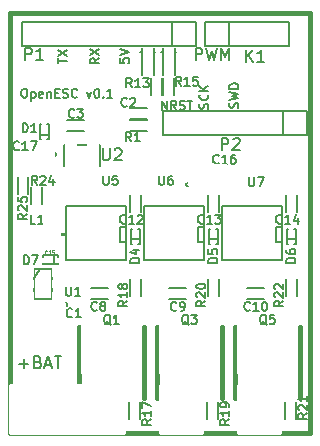
<source format=gto>
G04 (created by PCBNEW-RS274X (2012-01-19 BZR 3256)-stable) date 9/11/2012 11:00:16 PM*
G01*
G70*
G90*
%MOIN*%
G04 Gerber Fmt 3.4, Leading zero omitted, Abs format*
%FSLAX34Y34*%
G04 APERTURE LIST*
%ADD10C,0.001000*%
%ADD11C,0.007500*%
%ADD12C,0.008000*%
%ADD13C,0.015000*%
%ADD14C,0.007900*%
%ADD15C,0.005000*%
%ADD16C,0.003000*%
%ADD17R,0.052000X0.052000*%
%ADD18R,0.070000X0.070000*%
%ADD19R,0.040000X0.050000*%
%ADD20R,0.055000X0.075000*%
%ADD21R,0.075000X0.055000*%
%ADD22R,0.021700X0.017700*%
%ADD23R,0.017700X0.021700*%
%ADD24R,0.022000X0.047000*%
%ADD25R,0.041400X0.029600*%
%ADD26R,0.033000X0.033000*%
%ADD27R,0.198900X0.163400*%
%ADD28R,0.021700X0.043300*%
%ADD29R,0.027000X0.022000*%
%ADD30R,0.022000X0.027000*%
%ADD31R,0.035700X0.043600*%
%ADD32C,0.010000*%
G04 APERTURE END LIST*
G54D10*
G54D11*
X49073Y-44182D02*
X49073Y-43882D01*
X49245Y-44182D01*
X49245Y-43882D01*
X49559Y-44182D02*
X49459Y-44040D01*
X49387Y-44182D02*
X49387Y-43882D01*
X49502Y-43882D01*
X49530Y-43897D01*
X49545Y-43911D01*
X49559Y-43940D01*
X49559Y-43982D01*
X49545Y-44011D01*
X49530Y-44025D01*
X49502Y-44040D01*
X49387Y-44040D01*
X49673Y-44168D02*
X49716Y-44182D01*
X49787Y-44182D01*
X49816Y-44168D01*
X49830Y-44154D01*
X49845Y-44125D01*
X49845Y-44097D01*
X49830Y-44068D01*
X49816Y-44054D01*
X49787Y-44040D01*
X49730Y-44025D01*
X49702Y-44011D01*
X49687Y-43997D01*
X49673Y-43968D01*
X49673Y-43940D01*
X49687Y-43911D01*
X49702Y-43897D01*
X49730Y-43882D01*
X49802Y-43882D01*
X49845Y-43897D01*
X49931Y-43882D02*
X50102Y-43882D01*
X50016Y-44182D02*
X50016Y-43882D01*
X51623Y-44118D02*
X51637Y-44075D01*
X51637Y-44004D01*
X51623Y-43975D01*
X51609Y-43961D01*
X51580Y-43946D01*
X51552Y-43946D01*
X51523Y-43961D01*
X51509Y-43975D01*
X51495Y-44004D01*
X51480Y-44061D01*
X51466Y-44089D01*
X51452Y-44104D01*
X51423Y-44118D01*
X51395Y-44118D01*
X51366Y-44104D01*
X51352Y-44089D01*
X51337Y-44061D01*
X51337Y-43989D01*
X51352Y-43946D01*
X51337Y-43846D02*
X51637Y-43775D01*
X51423Y-43718D01*
X51637Y-43660D01*
X51337Y-43589D01*
X51637Y-43475D02*
X51337Y-43475D01*
X51337Y-43403D01*
X51352Y-43360D01*
X51380Y-43332D01*
X51409Y-43317D01*
X51466Y-43303D01*
X51509Y-43303D01*
X51566Y-43317D01*
X51595Y-43332D01*
X51623Y-43360D01*
X51637Y-43403D01*
X51637Y-43475D01*
X50623Y-44147D02*
X50637Y-44104D01*
X50637Y-44033D01*
X50623Y-44004D01*
X50609Y-43990D01*
X50580Y-43975D01*
X50552Y-43975D01*
X50523Y-43990D01*
X50509Y-44004D01*
X50495Y-44033D01*
X50480Y-44090D01*
X50466Y-44118D01*
X50452Y-44133D01*
X50423Y-44147D01*
X50395Y-44147D01*
X50366Y-44133D01*
X50352Y-44118D01*
X50337Y-44090D01*
X50337Y-44018D01*
X50352Y-43975D01*
X50609Y-43675D02*
X50623Y-43689D01*
X50637Y-43732D01*
X50637Y-43761D01*
X50623Y-43804D01*
X50595Y-43832D01*
X50566Y-43847D01*
X50509Y-43861D01*
X50466Y-43861D01*
X50409Y-43847D01*
X50380Y-43832D01*
X50352Y-43804D01*
X50337Y-43761D01*
X50337Y-43732D01*
X50352Y-43689D01*
X50366Y-43675D01*
X50637Y-43547D02*
X50337Y-43547D01*
X50637Y-43375D02*
X50466Y-43504D01*
X50337Y-43375D02*
X50509Y-43547D01*
X44474Y-43482D02*
X44531Y-43482D01*
X44559Y-43497D01*
X44588Y-43525D01*
X44602Y-43582D01*
X44602Y-43682D01*
X44588Y-43740D01*
X44559Y-43768D01*
X44531Y-43782D01*
X44474Y-43782D01*
X44445Y-43768D01*
X44416Y-43740D01*
X44402Y-43682D01*
X44402Y-43582D01*
X44416Y-43525D01*
X44445Y-43497D01*
X44474Y-43482D01*
X44730Y-43582D02*
X44730Y-43882D01*
X44730Y-43597D02*
X44759Y-43582D01*
X44816Y-43582D01*
X44845Y-43597D01*
X44859Y-43611D01*
X44873Y-43640D01*
X44873Y-43725D01*
X44859Y-43754D01*
X44845Y-43768D01*
X44816Y-43782D01*
X44759Y-43782D01*
X44730Y-43768D01*
X45116Y-43768D02*
X45087Y-43782D01*
X45030Y-43782D01*
X45001Y-43768D01*
X44987Y-43740D01*
X44987Y-43625D01*
X45001Y-43597D01*
X45030Y-43582D01*
X45087Y-43582D01*
X45116Y-43597D01*
X45130Y-43625D01*
X45130Y-43654D01*
X44987Y-43682D01*
X45258Y-43582D02*
X45258Y-43782D01*
X45258Y-43611D02*
X45273Y-43597D01*
X45301Y-43582D01*
X45344Y-43582D01*
X45373Y-43597D01*
X45387Y-43625D01*
X45387Y-43782D01*
X45529Y-43625D02*
X45629Y-43625D01*
X45672Y-43782D02*
X45529Y-43782D01*
X45529Y-43482D01*
X45672Y-43482D01*
X45786Y-43768D02*
X45829Y-43782D01*
X45900Y-43782D01*
X45929Y-43768D01*
X45943Y-43754D01*
X45958Y-43725D01*
X45958Y-43697D01*
X45943Y-43668D01*
X45929Y-43654D01*
X45900Y-43640D01*
X45843Y-43625D01*
X45815Y-43611D01*
X45800Y-43597D01*
X45786Y-43568D01*
X45786Y-43540D01*
X45800Y-43511D01*
X45815Y-43497D01*
X45843Y-43482D01*
X45915Y-43482D01*
X45958Y-43497D01*
X46258Y-43754D02*
X46244Y-43768D01*
X46201Y-43782D01*
X46172Y-43782D01*
X46129Y-43768D01*
X46101Y-43740D01*
X46086Y-43711D01*
X46072Y-43654D01*
X46072Y-43611D01*
X46086Y-43554D01*
X46101Y-43525D01*
X46129Y-43497D01*
X46172Y-43482D01*
X46201Y-43482D01*
X46244Y-43497D01*
X46258Y-43511D01*
X46587Y-43582D02*
X46658Y-43782D01*
X46730Y-43582D01*
X46902Y-43482D02*
X46930Y-43482D01*
X46959Y-43497D01*
X46973Y-43511D01*
X46987Y-43540D01*
X47002Y-43597D01*
X47002Y-43668D01*
X46987Y-43725D01*
X46973Y-43754D01*
X46959Y-43768D01*
X46930Y-43782D01*
X46902Y-43782D01*
X46873Y-43768D01*
X46859Y-43754D01*
X46844Y-43725D01*
X46830Y-43668D01*
X46830Y-43597D01*
X46844Y-43540D01*
X46859Y-43511D01*
X46873Y-43497D01*
X46902Y-43482D01*
X47130Y-43754D02*
X47145Y-43768D01*
X47130Y-43782D01*
X47116Y-43768D01*
X47130Y-43754D01*
X47130Y-43782D01*
X47431Y-43782D02*
X47259Y-43782D01*
X47345Y-43782D02*
X47345Y-43482D01*
X47316Y-43525D01*
X47288Y-43554D01*
X47259Y-43568D01*
X47687Y-42468D02*
X47687Y-42611D01*
X47830Y-42625D01*
X47816Y-42611D01*
X47802Y-42582D01*
X47802Y-42511D01*
X47816Y-42482D01*
X47830Y-42468D01*
X47859Y-42453D01*
X47930Y-42453D01*
X47959Y-42468D01*
X47973Y-42482D01*
X47987Y-42511D01*
X47987Y-42582D01*
X47973Y-42611D01*
X47959Y-42625D01*
X47687Y-42367D02*
X47987Y-42267D01*
X47687Y-42167D01*
X46987Y-42461D02*
X46845Y-42561D01*
X46987Y-42633D02*
X46687Y-42633D01*
X46687Y-42518D01*
X46702Y-42490D01*
X46716Y-42475D01*
X46745Y-42461D01*
X46787Y-42461D01*
X46816Y-42475D01*
X46830Y-42490D01*
X46845Y-42518D01*
X46845Y-42633D01*
X46687Y-42361D02*
X46987Y-42161D01*
X46687Y-42161D02*
X46987Y-42361D01*
X45637Y-42639D02*
X45637Y-42468D01*
X45937Y-42554D02*
X45637Y-42554D01*
X45637Y-42396D02*
X45937Y-42196D01*
X45637Y-42196D02*
X45937Y-42396D01*
G54D12*
X44324Y-52648D02*
X44629Y-52648D01*
X44477Y-52800D02*
X44477Y-52495D01*
X44953Y-52590D02*
X45010Y-52609D01*
X45029Y-52628D01*
X45048Y-52667D01*
X45048Y-52724D01*
X45029Y-52762D01*
X45010Y-52781D01*
X44972Y-52800D01*
X44819Y-52800D01*
X44819Y-52400D01*
X44953Y-52400D01*
X44991Y-52419D01*
X45010Y-52438D01*
X45029Y-52476D01*
X45029Y-52514D01*
X45010Y-52552D01*
X44991Y-52571D01*
X44953Y-52590D01*
X44819Y-52590D01*
X45200Y-52686D02*
X45391Y-52686D01*
X45162Y-52800D02*
X45295Y-52400D01*
X45429Y-52800D01*
X45505Y-52400D02*
X45734Y-52400D01*
X45619Y-52800D02*
X45619Y-52400D01*
X50204Y-42523D02*
X50204Y-42123D01*
X50357Y-42123D01*
X50395Y-42142D01*
X50414Y-42161D01*
X50433Y-42199D01*
X50433Y-42256D01*
X50414Y-42294D01*
X50395Y-42313D01*
X50357Y-42332D01*
X50204Y-42332D01*
X50566Y-42123D02*
X50661Y-42523D01*
X50738Y-42237D01*
X50814Y-42523D01*
X50909Y-42123D01*
X51061Y-42523D02*
X51061Y-42123D01*
X51195Y-42409D01*
X51328Y-42123D01*
X51328Y-42523D01*
G54D13*
X44016Y-40961D02*
X44016Y-54961D01*
X54016Y-40961D02*
X44016Y-40961D01*
X54016Y-54961D02*
X54016Y-40961D01*
X44016Y-54961D02*
X54016Y-54961D01*
G54D14*
X53116Y-45011D02*
X53116Y-44211D01*
X53916Y-45011D02*
X49116Y-45011D01*
X49116Y-45011D02*
X49116Y-44211D01*
X49116Y-44211D02*
X53916Y-44211D01*
X53916Y-44211D02*
X53916Y-45011D01*
X49416Y-42061D02*
X49416Y-41261D01*
X50216Y-42061D02*
X44416Y-42061D01*
X44416Y-42061D02*
X44416Y-41261D01*
X44416Y-41261D02*
X50216Y-41261D01*
X50216Y-41261D02*
X50216Y-42061D01*
X51316Y-41261D02*
X51316Y-42061D01*
X50616Y-41261D02*
X53316Y-41261D01*
X53316Y-41261D02*
X53316Y-42061D01*
X53316Y-42061D02*
X50516Y-42061D01*
X50516Y-42061D02*
X50516Y-41261D01*
X50516Y-41261D02*
X50616Y-41261D01*
G54D15*
X47016Y-45361D02*
X47016Y-46061D01*
X47016Y-46061D02*
X45816Y-46061D01*
X45816Y-46061D02*
X45816Y-45361D01*
X45816Y-45361D02*
X47016Y-45361D01*
X49996Y-46661D02*
X49995Y-46670D01*
X49992Y-46680D01*
X49987Y-46688D01*
X49981Y-46696D01*
X49973Y-46702D01*
X49965Y-46707D01*
X49956Y-46709D01*
X49946Y-46710D01*
X49937Y-46710D01*
X49928Y-46707D01*
X49919Y-46702D01*
X49912Y-46696D01*
X49905Y-46689D01*
X49901Y-46680D01*
X49898Y-46671D01*
X49897Y-46661D01*
X49897Y-46652D01*
X49900Y-46643D01*
X49904Y-46634D01*
X49911Y-46627D01*
X49918Y-46620D01*
X49926Y-46616D01*
X49936Y-46613D01*
X49945Y-46612D01*
X49954Y-46612D01*
X49964Y-46615D01*
X49972Y-46619D01*
X49980Y-46625D01*
X49986Y-46633D01*
X49991Y-46641D01*
X49994Y-46650D01*
X49995Y-46660D01*
X49996Y-46661D01*
X50396Y-46661D02*
X49996Y-46661D01*
X49996Y-46661D02*
X49996Y-46061D01*
X49996Y-46061D02*
X50396Y-46061D01*
X50796Y-46061D02*
X51196Y-46061D01*
X51196Y-46061D02*
X51196Y-46661D01*
X51196Y-46661D02*
X50796Y-46661D01*
X45566Y-45661D02*
X45565Y-45670D01*
X45562Y-45680D01*
X45557Y-45688D01*
X45551Y-45696D01*
X45543Y-45702D01*
X45535Y-45707D01*
X45526Y-45709D01*
X45516Y-45710D01*
X45507Y-45710D01*
X45498Y-45707D01*
X45489Y-45702D01*
X45482Y-45696D01*
X45475Y-45689D01*
X45471Y-45680D01*
X45468Y-45671D01*
X45467Y-45661D01*
X45467Y-45652D01*
X45470Y-45643D01*
X45474Y-45634D01*
X45481Y-45627D01*
X45488Y-45620D01*
X45496Y-45616D01*
X45506Y-45613D01*
X45515Y-45612D01*
X45524Y-45612D01*
X45534Y-45615D01*
X45542Y-45619D01*
X45550Y-45625D01*
X45556Y-45633D01*
X45561Y-45641D01*
X45564Y-45650D01*
X45565Y-45660D01*
X45566Y-45661D01*
X45066Y-45661D02*
X45466Y-45661D01*
X45466Y-45661D02*
X45466Y-46261D01*
X45466Y-46261D02*
X45066Y-46261D01*
X44666Y-46261D02*
X44266Y-46261D01*
X44266Y-46261D02*
X44266Y-45661D01*
X44266Y-45661D02*
X44666Y-45661D01*
X45846Y-48311D02*
X45845Y-48320D01*
X45842Y-48330D01*
X45837Y-48338D01*
X45831Y-48346D01*
X45823Y-48352D01*
X45815Y-48357D01*
X45806Y-48359D01*
X45796Y-48360D01*
X45787Y-48360D01*
X45778Y-48357D01*
X45769Y-48352D01*
X45762Y-48346D01*
X45755Y-48339D01*
X45751Y-48330D01*
X45748Y-48321D01*
X45747Y-48311D01*
X45747Y-48302D01*
X45750Y-48293D01*
X45754Y-48284D01*
X45761Y-48277D01*
X45768Y-48270D01*
X45776Y-48266D01*
X45786Y-48263D01*
X45795Y-48262D01*
X45804Y-48262D01*
X45814Y-48265D01*
X45822Y-48269D01*
X45830Y-48275D01*
X45836Y-48283D01*
X45841Y-48291D01*
X45844Y-48300D01*
X45845Y-48310D01*
X45846Y-48311D01*
X45796Y-47861D02*
X45796Y-48261D01*
X45796Y-48261D02*
X45196Y-48261D01*
X45196Y-48261D02*
X45196Y-47861D01*
X45196Y-47461D02*
X45196Y-47061D01*
X45196Y-47061D02*
X45796Y-47061D01*
X45796Y-47061D02*
X45796Y-47461D01*
X45936Y-50681D02*
X45935Y-50690D01*
X45932Y-50700D01*
X45927Y-50708D01*
X45921Y-50716D01*
X45913Y-50722D01*
X45905Y-50727D01*
X45896Y-50729D01*
X45886Y-50730D01*
X45877Y-50730D01*
X45868Y-50727D01*
X45859Y-50722D01*
X45852Y-50716D01*
X45845Y-50709D01*
X45841Y-50700D01*
X45838Y-50691D01*
X45837Y-50681D01*
X45837Y-50672D01*
X45840Y-50663D01*
X45844Y-50654D01*
X45851Y-50647D01*
X45858Y-50640D01*
X45866Y-50636D01*
X45876Y-50633D01*
X45885Y-50632D01*
X45894Y-50632D01*
X45904Y-50635D01*
X45912Y-50639D01*
X45920Y-50645D01*
X45926Y-50653D01*
X45931Y-50661D01*
X45934Y-50670D01*
X45935Y-50680D01*
X45936Y-50681D01*
X45436Y-50681D02*
X45836Y-50681D01*
X45836Y-50681D02*
X45836Y-51281D01*
X45836Y-51281D02*
X45436Y-51281D01*
X45036Y-51281D02*
X44636Y-51281D01*
X44636Y-51281D02*
X44636Y-50681D01*
X44636Y-50681D02*
X45036Y-50681D01*
G54D14*
X45474Y-49024D02*
X45474Y-49338D01*
X45632Y-49279D02*
X45632Y-49338D01*
X45632Y-49338D02*
X45120Y-49338D01*
X45120Y-49338D02*
X45120Y-49279D01*
X45120Y-49083D02*
X45120Y-49024D01*
X45120Y-49024D02*
X45632Y-49024D01*
X45632Y-49024D02*
X45632Y-49083D01*
X53557Y-48498D02*
X53243Y-48498D01*
X53302Y-48656D02*
X53243Y-48656D01*
X53243Y-48656D02*
X53243Y-48144D01*
X53243Y-48144D02*
X53302Y-48144D01*
X53498Y-48144D02*
X53557Y-48144D01*
X53557Y-48144D02*
X53557Y-48656D01*
X53557Y-48656D02*
X53498Y-48656D01*
X50957Y-48498D02*
X50643Y-48498D01*
X50702Y-48656D02*
X50643Y-48656D01*
X50643Y-48656D02*
X50643Y-48144D01*
X50643Y-48144D02*
X50702Y-48144D01*
X50898Y-48144D02*
X50957Y-48144D01*
X50957Y-48144D02*
X50957Y-48656D01*
X50957Y-48656D02*
X50898Y-48656D01*
X48357Y-48498D02*
X48043Y-48498D01*
X48102Y-48656D02*
X48043Y-48656D01*
X48043Y-48656D02*
X48043Y-48144D01*
X48043Y-48144D02*
X48102Y-48144D01*
X48298Y-48144D02*
X48357Y-48144D01*
X48357Y-48144D02*
X48357Y-48656D01*
X48357Y-48656D02*
X48298Y-48656D01*
X45323Y-45009D02*
X45009Y-45009D01*
X45068Y-45167D02*
X45009Y-45167D01*
X45009Y-45167D02*
X45009Y-44655D01*
X45009Y-44655D02*
X45068Y-44655D01*
X45264Y-44655D02*
X45323Y-44655D01*
X45323Y-44655D02*
X45323Y-45167D01*
X45323Y-45167D02*
X45264Y-45167D01*
G54D15*
X47900Y-49200D02*
X45900Y-49200D01*
X45900Y-49200D02*
X45900Y-47400D01*
X45900Y-47400D02*
X47900Y-47400D01*
X47900Y-47400D02*
X47900Y-49200D01*
X47900Y-48600D02*
X47700Y-48600D01*
X47700Y-48600D02*
X47700Y-48100D01*
X47700Y-48100D02*
X47900Y-48100D01*
X50500Y-49200D02*
X48500Y-49200D01*
X48500Y-49200D02*
X48500Y-47400D01*
X48500Y-47400D02*
X50500Y-47400D01*
X50500Y-47400D02*
X50500Y-49200D01*
X50500Y-48600D02*
X50300Y-48600D01*
X50300Y-48600D02*
X50300Y-48100D01*
X50300Y-48100D02*
X50500Y-48100D01*
X53100Y-49200D02*
X51100Y-49200D01*
X51100Y-49200D02*
X51100Y-47400D01*
X51100Y-47400D02*
X53100Y-47400D01*
X53100Y-47400D02*
X53100Y-49200D01*
X53100Y-48600D02*
X52900Y-48600D01*
X52900Y-48600D02*
X52900Y-48100D01*
X52900Y-48100D02*
X53100Y-48100D01*
X44816Y-49801D02*
X45016Y-49501D01*
X44816Y-50501D02*
X44816Y-49476D01*
X44816Y-49476D02*
X45416Y-49476D01*
X45416Y-49476D02*
X45416Y-50501D01*
X45416Y-50501D02*
X44816Y-50501D01*
G54D11*
X49516Y-42261D02*
X49566Y-42261D01*
X49116Y-42261D02*
X49066Y-42261D01*
X49116Y-42111D02*
X49116Y-43011D01*
X49516Y-43011D02*
X49516Y-42111D01*
X48816Y-42261D02*
X48866Y-42261D01*
X48416Y-42261D02*
X48366Y-42261D01*
X48416Y-42111D02*
X48416Y-43011D01*
X48816Y-43011D02*
X48816Y-42111D01*
G54D13*
X48483Y-51413D02*
X48483Y-53775D01*
X46317Y-51413D02*
X46317Y-53775D01*
X51083Y-51413D02*
X51083Y-53775D01*
X48917Y-51413D02*
X48917Y-53775D01*
X53683Y-51413D02*
X53683Y-53775D01*
X51517Y-51413D02*
X51517Y-53775D01*
G54D11*
X50980Y-47580D02*
X50980Y-47020D01*
X50620Y-47580D02*
X50620Y-47020D01*
X44636Y-46981D02*
X44636Y-46421D01*
X44276Y-46981D02*
X44276Y-46421D01*
X45076Y-47321D02*
X45076Y-46761D01*
X44716Y-47321D02*
X44716Y-46761D01*
X48036Y-44491D02*
X48596Y-44491D01*
X48036Y-44131D02*
X48596Y-44131D01*
X49136Y-43131D02*
X49136Y-43691D01*
X49496Y-43131D02*
X49496Y-43691D01*
X48736Y-43131D02*
X48736Y-43691D01*
X49096Y-43131D02*
X49096Y-43691D01*
X48036Y-44891D02*
X48596Y-44891D01*
X48036Y-44531D02*
X48596Y-44531D01*
X53580Y-47580D02*
X53580Y-47020D01*
X53220Y-47580D02*
X53220Y-47020D01*
X48380Y-47580D02*
X48380Y-47020D01*
X48020Y-47580D02*
X48020Y-47020D01*
X53580Y-50380D02*
X53580Y-49820D01*
X53220Y-50380D02*
X53220Y-49820D01*
X53186Y-53931D02*
X53186Y-54491D01*
X53546Y-53931D02*
X53546Y-54491D01*
X50980Y-50380D02*
X50980Y-49820D01*
X50620Y-50380D02*
X50620Y-49820D01*
X50586Y-53931D02*
X50586Y-54491D01*
X50946Y-53931D02*
X50946Y-54491D01*
X48380Y-50380D02*
X48380Y-49820D01*
X48020Y-50380D02*
X48020Y-49820D01*
X47986Y-53931D02*
X47986Y-54491D01*
X48346Y-53931D02*
X48346Y-54491D01*
X45936Y-44891D02*
X46496Y-44891D01*
X45936Y-44531D02*
X46496Y-44531D01*
X47280Y-50120D02*
X46720Y-50120D01*
X47280Y-50480D02*
X46720Y-50480D01*
X49880Y-50120D02*
X49320Y-50120D01*
X49880Y-50480D02*
X49320Y-50480D01*
X52480Y-50120D02*
X51920Y-50120D01*
X52480Y-50480D02*
X51920Y-50480D01*
G54D15*
X45236Y-48491D02*
X45036Y-48491D01*
X45036Y-48491D02*
X45036Y-48791D01*
X45036Y-48791D02*
X45236Y-48791D01*
X45436Y-48491D02*
X45636Y-48491D01*
X45636Y-48491D02*
X45636Y-48791D01*
X45636Y-48791D02*
X45436Y-48791D01*
G54D12*
X51071Y-45523D02*
X51071Y-45123D01*
X51224Y-45123D01*
X51262Y-45142D01*
X51281Y-45161D01*
X51300Y-45199D01*
X51300Y-45256D01*
X51281Y-45294D01*
X51262Y-45313D01*
X51224Y-45332D01*
X51071Y-45332D01*
X51452Y-45161D02*
X51471Y-45142D01*
X51509Y-45123D01*
X51605Y-45123D01*
X51643Y-45142D01*
X51662Y-45161D01*
X51681Y-45199D01*
X51681Y-45237D01*
X51662Y-45294D01*
X51433Y-45523D01*
X51681Y-45523D01*
X44521Y-42523D02*
X44521Y-42123D01*
X44674Y-42123D01*
X44712Y-42142D01*
X44731Y-42161D01*
X44750Y-42199D01*
X44750Y-42256D01*
X44731Y-42294D01*
X44712Y-42313D01*
X44674Y-42332D01*
X44521Y-42332D01*
X45131Y-42523D02*
X44902Y-42523D01*
X45016Y-42523D02*
X45016Y-42123D01*
X44978Y-42180D01*
X44940Y-42218D01*
X44902Y-42237D01*
X51887Y-42586D02*
X51887Y-42186D01*
X52116Y-42586D02*
X51944Y-42357D01*
X52116Y-42186D02*
X51887Y-42414D01*
X52497Y-42586D02*
X52268Y-42586D01*
X52382Y-42586D02*
X52382Y-42186D01*
X52344Y-42243D01*
X52306Y-42281D01*
X52268Y-42300D01*
X47111Y-45473D02*
X47111Y-45797D01*
X47130Y-45835D01*
X47149Y-45854D01*
X47187Y-45873D01*
X47264Y-45873D01*
X47302Y-45854D01*
X47321Y-45835D01*
X47340Y-45797D01*
X47340Y-45473D01*
X47511Y-45511D02*
X47530Y-45492D01*
X47568Y-45473D01*
X47664Y-45473D01*
X47702Y-45492D01*
X47721Y-45511D01*
X47740Y-45549D01*
X47740Y-45587D01*
X47721Y-45644D01*
X47492Y-45873D01*
X47740Y-45873D01*
G54D11*
X50973Y-45954D02*
X50959Y-45968D01*
X50916Y-45982D01*
X50887Y-45982D01*
X50844Y-45968D01*
X50816Y-45940D01*
X50801Y-45911D01*
X50787Y-45854D01*
X50787Y-45811D01*
X50801Y-45754D01*
X50816Y-45725D01*
X50844Y-45697D01*
X50887Y-45682D01*
X50916Y-45682D01*
X50959Y-45697D01*
X50973Y-45711D01*
X51259Y-45982D02*
X51087Y-45982D01*
X51173Y-45982D02*
X51173Y-45682D01*
X51144Y-45725D01*
X51116Y-45754D01*
X51087Y-45768D01*
X51516Y-45682D02*
X51459Y-45682D01*
X51430Y-45697D01*
X51416Y-45711D01*
X51387Y-45754D01*
X51373Y-45811D01*
X51373Y-45925D01*
X51387Y-45954D01*
X51402Y-45968D01*
X51430Y-45982D01*
X51487Y-45982D01*
X51516Y-45968D01*
X51530Y-45954D01*
X51545Y-45925D01*
X51545Y-45854D01*
X51530Y-45825D01*
X51516Y-45811D01*
X51487Y-45797D01*
X51430Y-45797D01*
X51402Y-45811D01*
X51387Y-45825D01*
X51373Y-45854D01*
X44323Y-45504D02*
X44309Y-45518D01*
X44266Y-45532D01*
X44237Y-45532D01*
X44194Y-45518D01*
X44166Y-45490D01*
X44151Y-45461D01*
X44137Y-45404D01*
X44137Y-45361D01*
X44151Y-45304D01*
X44166Y-45275D01*
X44194Y-45247D01*
X44237Y-45232D01*
X44266Y-45232D01*
X44309Y-45247D01*
X44323Y-45261D01*
X44609Y-45532D02*
X44437Y-45532D01*
X44523Y-45532D02*
X44523Y-45232D01*
X44494Y-45275D01*
X44466Y-45304D01*
X44437Y-45318D01*
X44709Y-45232D02*
X44909Y-45232D01*
X44780Y-45532D01*
X44866Y-47982D02*
X44723Y-47982D01*
X44723Y-47682D01*
X45124Y-47982D02*
X44952Y-47982D01*
X45038Y-47982D02*
X45038Y-47682D01*
X45009Y-47725D01*
X44981Y-47754D01*
X44952Y-47768D01*
X46092Y-51074D02*
X46078Y-51088D01*
X46035Y-51102D01*
X46006Y-51102D01*
X45963Y-51088D01*
X45935Y-51060D01*
X45920Y-51031D01*
X45906Y-50974D01*
X45906Y-50931D01*
X45920Y-50874D01*
X45935Y-50845D01*
X45963Y-50817D01*
X46006Y-50802D01*
X46035Y-50802D01*
X46078Y-50817D01*
X46092Y-50831D01*
X46378Y-51102D02*
X46206Y-51102D01*
X46292Y-51102D02*
X46292Y-50802D01*
X46263Y-50845D01*
X46235Y-50874D01*
X46206Y-50888D01*
X44494Y-49332D02*
X44494Y-49032D01*
X44566Y-49032D01*
X44609Y-49047D01*
X44637Y-49075D01*
X44652Y-49104D01*
X44666Y-49161D01*
X44666Y-49204D01*
X44652Y-49261D01*
X44637Y-49290D01*
X44609Y-49318D01*
X44566Y-49332D01*
X44494Y-49332D01*
X44766Y-49032D02*
X44966Y-49032D01*
X44837Y-49332D01*
X53537Y-49283D02*
X53237Y-49283D01*
X53237Y-49211D01*
X53252Y-49168D01*
X53280Y-49140D01*
X53309Y-49125D01*
X53366Y-49111D01*
X53409Y-49111D01*
X53466Y-49125D01*
X53495Y-49140D01*
X53523Y-49168D01*
X53537Y-49211D01*
X53537Y-49283D01*
X53237Y-48854D02*
X53237Y-48911D01*
X53252Y-48940D01*
X53266Y-48954D01*
X53309Y-48983D01*
X53366Y-48997D01*
X53480Y-48997D01*
X53509Y-48983D01*
X53523Y-48968D01*
X53537Y-48940D01*
X53537Y-48883D01*
X53523Y-48854D01*
X53509Y-48840D01*
X53480Y-48825D01*
X53409Y-48825D01*
X53380Y-48840D01*
X53366Y-48854D01*
X53352Y-48883D01*
X53352Y-48940D01*
X53366Y-48968D01*
X53380Y-48983D01*
X53409Y-48997D01*
X50937Y-49283D02*
X50637Y-49283D01*
X50637Y-49211D01*
X50652Y-49168D01*
X50680Y-49140D01*
X50709Y-49125D01*
X50766Y-49111D01*
X50809Y-49111D01*
X50866Y-49125D01*
X50895Y-49140D01*
X50923Y-49168D01*
X50937Y-49211D01*
X50937Y-49283D01*
X50637Y-48840D02*
X50637Y-48983D01*
X50780Y-48997D01*
X50766Y-48983D01*
X50752Y-48954D01*
X50752Y-48883D01*
X50766Y-48854D01*
X50780Y-48840D01*
X50809Y-48825D01*
X50880Y-48825D01*
X50909Y-48840D01*
X50923Y-48854D01*
X50937Y-48883D01*
X50937Y-48954D01*
X50923Y-48983D01*
X50909Y-48997D01*
X48337Y-49283D02*
X48037Y-49283D01*
X48037Y-49211D01*
X48052Y-49168D01*
X48080Y-49140D01*
X48109Y-49125D01*
X48166Y-49111D01*
X48209Y-49111D01*
X48266Y-49125D01*
X48295Y-49140D01*
X48323Y-49168D01*
X48337Y-49211D01*
X48337Y-49283D01*
X48137Y-48854D02*
X48337Y-48854D01*
X48023Y-48925D02*
X48237Y-48997D01*
X48237Y-48811D01*
X44444Y-44932D02*
X44444Y-44632D01*
X44516Y-44632D01*
X44559Y-44647D01*
X44587Y-44675D01*
X44602Y-44704D01*
X44616Y-44761D01*
X44616Y-44804D01*
X44602Y-44861D01*
X44587Y-44890D01*
X44559Y-44918D01*
X44516Y-44932D01*
X44444Y-44932D01*
X44902Y-44932D02*
X44730Y-44932D01*
X44816Y-44932D02*
X44816Y-44632D01*
X44787Y-44675D01*
X44759Y-44704D01*
X44730Y-44718D01*
X47137Y-46382D02*
X47137Y-46625D01*
X47152Y-46654D01*
X47166Y-46668D01*
X47195Y-46682D01*
X47252Y-46682D01*
X47280Y-46668D01*
X47295Y-46654D01*
X47309Y-46625D01*
X47309Y-46382D01*
X47594Y-46382D02*
X47451Y-46382D01*
X47437Y-46525D01*
X47451Y-46511D01*
X47480Y-46497D01*
X47551Y-46497D01*
X47580Y-46511D01*
X47594Y-46525D01*
X47609Y-46554D01*
X47609Y-46625D01*
X47594Y-46654D01*
X47580Y-46668D01*
X47551Y-46682D01*
X47480Y-46682D01*
X47451Y-46668D01*
X47437Y-46654D01*
X48987Y-46382D02*
X48987Y-46625D01*
X49002Y-46654D01*
X49016Y-46668D01*
X49045Y-46682D01*
X49102Y-46682D01*
X49130Y-46668D01*
X49145Y-46654D01*
X49159Y-46625D01*
X49159Y-46382D01*
X49430Y-46382D02*
X49373Y-46382D01*
X49344Y-46397D01*
X49330Y-46411D01*
X49301Y-46454D01*
X49287Y-46511D01*
X49287Y-46625D01*
X49301Y-46654D01*
X49316Y-46668D01*
X49344Y-46682D01*
X49401Y-46682D01*
X49430Y-46668D01*
X49444Y-46654D01*
X49459Y-46625D01*
X49459Y-46554D01*
X49444Y-46525D01*
X49430Y-46511D01*
X49401Y-46497D01*
X49344Y-46497D01*
X49316Y-46511D01*
X49301Y-46525D01*
X49287Y-46554D01*
X51987Y-46432D02*
X51987Y-46675D01*
X52002Y-46704D01*
X52016Y-46718D01*
X52045Y-46732D01*
X52102Y-46732D01*
X52130Y-46718D01*
X52145Y-46704D01*
X52159Y-46675D01*
X52159Y-46432D01*
X52273Y-46432D02*
X52473Y-46432D01*
X52344Y-46732D01*
X45887Y-50082D02*
X45887Y-50325D01*
X45902Y-50354D01*
X45916Y-50368D01*
X45945Y-50382D01*
X46002Y-50382D01*
X46030Y-50368D01*
X46045Y-50354D01*
X46059Y-50325D01*
X46059Y-50082D01*
X46359Y-50382D02*
X46187Y-50382D01*
X46273Y-50382D02*
X46273Y-50082D01*
X46244Y-50125D01*
X46216Y-50154D01*
X46187Y-50168D01*
X47371Y-51350D02*
X47343Y-51336D01*
X47314Y-51307D01*
X47271Y-51264D01*
X47243Y-51250D01*
X47214Y-51250D01*
X47229Y-51321D02*
X47200Y-51307D01*
X47171Y-51279D01*
X47157Y-51221D01*
X47157Y-51121D01*
X47171Y-51064D01*
X47200Y-51036D01*
X47229Y-51021D01*
X47286Y-51021D01*
X47314Y-51036D01*
X47343Y-51064D01*
X47357Y-51121D01*
X47357Y-51221D01*
X47343Y-51279D01*
X47314Y-51307D01*
X47286Y-51321D01*
X47229Y-51321D01*
X47643Y-51321D02*
X47471Y-51321D01*
X47557Y-51321D02*
X47557Y-51021D01*
X47528Y-51064D01*
X47500Y-51093D01*
X47471Y-51107D01*
X49971Y-51350D02*
X49943Y-51336D01*
X49914Y-51307D01*
X49871Y-51264D01*
X49843Y-51250D01*
X49814Y-51250D01*
X49829Y-51321D02*
X49800Y-51307D01*
X49771Y-51279D01*
X49757Y-51221D01*
X49757Y-51121D01*
X49771Y-51064D01*
X49800Y-51036D01*
X49829Y-51021D01*
X49886Y-51021D01*
X49914Y-51036D01*
X49943Y-51064D01*
X49957Y-51121D01*
X49957Y-51221D01*
X49943Y-51279D01*
X49914Y-51307D01*
X49886Y-51321D01*
X49829Y-51321D01*
X50057Y-51021D02*
X50243Y-51021D01*
X50143Y-51136D01*
X50185Y-51136D01*
X50214Y-51150D01*
X50228Y-51164D01*
X50243Y-51193D01*
X50243Y-51264D01*
X50228Y-51293D01*
X50214Y-51307D01*
X50185Y-51321D01*
X50100Y-51321D01*
X50071Y-51307D01*
X50057Y-51293D01*
X52571Y-51350D02*
X52543Y-51336D01*
X52514Y-51307D01*
X52471Y-51264D01*
X52443Y-51250D01*
X52414Y-51250D01*
X52429Y-51321D02*
X52400Y-51307D01*
X52371Y-51279D01*
X52357Y-51221D01*
X52357Y-51121D01*
X52371Y-51064D01*
X52400Y-51036D01*
X52429Y-51021D01*
X52486Y-51021D01*
X52514Y-51036D01*
X52543Y-51064D01*
X52557Y-51121D01*
X52557Y-51221D01*
X52543Y-51279D01*
X52514Y-51307D01*
X52486Y-51321D01*
X52429Y-51321D01*
X52828Y-51021D02*
X52685Y-51021D01*
X52671Y-51164D01*
X52685Y-51150D01*
X52714Y-51136D01*
X52785Y-51136D01*
X52814Y-51150D01*
X52828Y-51164D01*
X52843Y-51193D01*
X52843Y-51264D01*
X52828Y-51293D01*
X52814Y-51307D01*
X52785Y-51321D01*
X52714Y-51321D01*
X52685Y-51307D01*
X52671Y-51293D01*
X50473Y-47954D02*
X50459Y-47968D01*
X50416Y-47982D01*
X50387Y-47982D01*
X50344Y-47968D01*
X50316Y-47940D01*
X50301Y-47911D01*
X50287Y-47854D01*
X50287Y-47811D01*
X50301Y-47754D01*
X50316Y-47725D01*
X50344Y-47697D01*
X50387Y-47682D01*
X50416Y-47682D01*
X50459Y-47697D01*
X50473Y-47711D01*
X50759Y-47982D02*
X50587Y-47982D01*
X50673Y-47982D02*
X50673Y-47682D01*
X50644Y-47725D01*
X50616Y-47754D01*
X50587Y-47768D01*
X50859Y-47682D02*
X51045Y-47682D01*
X50945Y-47797D01*
X50987Y-47797D01*
X51016Y-47811D01*
X51030Y-47825D01*
X51045Y-47854D01*
X51045Y-47925D01*
X51030Y-47954D01*
X51016Y-47968D01*
X50987Y-47982D01*
X50902Y-47982D01*
X50873Y-47968D01*
X50859Y-47954D01*
X44587Y-47654D02*
X44445Y-47754D01*
X44587Y-47826D02*
X44287Y-47826D01*
X44287Y-47711D01*
X44302Y-47683D01*
X44316Y-47668D01*
X44345Y-47654D01*
X44387Y-47654D01*
X44416Y-47668D01*
X44430Y-47683D01*
X44445Y-47711D01*
X44445Y-47826D01*
X44316Y-47540D02*
X44302Y-47526D01*
X44287Y-47497D01*
X44287Y-47426D01*
X44302Y-47397D01*
X44316Y-47383D01*
X44345Y-47368D01*
X44373Y-47368D01*
X44416Y-47383D01*
X44587Y-47554D01*
X44587Y-47368D01*
X44287Y-47097D02*
X44287Y-47240D01*
X44430Y-47254D01*
X44416Y-47240D01*
X44402Y-47211D01*
X44402Y-47140D01*
X44416Y-47111D01*
X44430Y-47097D01*
X44459Y-47082D01*
X44530Y-47082D01*
X44559Y-47097D01*
X44573Y-47111D01*
X44587Y-47140D01*
X44587Y-47211D01*
X44573Y-47240D01*
X44559Y-47254D01*
X44923Y-46682D02*
X44823Y-46540D01*
X44751Y-46682D02*
X44751Y-46382D01*
X44866Y-46382D01*
X44894Y-46397D01*
X44909Y-46411D01*
X44923Y-46440D01*
X44923Y-46482D01*
X44909Y-46511D01*
X44894Y-46525D01*
X44866Y-46540D01*
X44751Y-46540D01*
X45037Y-46411D02*
X45051Y-46397D01*
X45080Y-46382D01*
X45151Y-46382D01*
X45180Y-46397D01*
X45194Y-46411D01*
X45209Y-46440D01*
X45209Y-46468D01*
X45194Y-46511D01*
X45023Y-46682D01*
X45209Y-46682D01*
X45466Y-46482D02*
X45466Y-46682D01*
X45395Y-46368D02*
X45323Y-46582D01*
X45509Y-46582D01*
X47916Y-44054D02*
X47902Y-44068D01*
X47859Y-44082D01*
X47830Y-44082D01*
X47787Y-44068D01*
X47759Y-44040D01*
X47744Y-44011D01*
X47730Y-43954D01*
X47730Y-43911D01*
X47744Y-43854D01*
X47759Y-43825D01*
X47787Y-43797D01*
X47830Y-43782D01*
X47859Y-43782D01*
X47902Y-43797D01*
X47916Y-43811D01*
X48030Y-43811D02*
X48044Y-43797D01*
X48073Y-43782D01*
X48144Y-43782D01*
X48173Y-43797D01*
X48187Y-43811D01*
X48202Y-43840D01*
X48202Y-43868D01*
X48187Y-43911D01*
X48016Y-44082D01*
X48202Y-44082D01*
X49723Y-43382D02*
X49623Y-43240D01*
X49551Y-43382D02*
X49551Y-43082D01*
X49666Y-43082D01*
X49694Y-43097D01*
X49709Y-43111D01*
X49723Y-43140D01*
X49723Y-43182D01*
X49709Y-43211D01*
X49694Y-43225D01*
X49666Y-43240D01*
X49551Y-43240D01*
X50009Y-43382D02*
X49837Y-43382D01*
X49923Y-43382D02*
X49923Y-43082D01*
X49894Y-43125D01*
X49866Y-43154D01*
X49837Y-43168D01*
X50280Y-43082D02*
X50137Y-43082D01*
X50123Y-43225D01*
X50137Y-43211D01*
X50166Y-43197D01*
X50237Y-43197D01*
X50266Y-43211D01*
X50280Y-43225D01*
X50295Y-43254D01*
X50295Y-43325D01*
X50280Y-43354D01*
X50266Y-43368D01*
X50237Y-43382D01*
X50166Y-43382D01*
X50137Y-43368D01*
X50123Y-43354D01*
X48073Y-43432D02*
X47973Y-43290D01*
X47901Y-43432D02*
X47901Y-43132D01*
X48016Y-43132D01*
X48044Y-43147D01*
X48059Y-43161D01*
X48073Y-43190D01*
X48073Y-43232D01*
X48059Y-43261D01*
X48044Y-43275D01*
X48016Y-43290D01*
X47901Y-43290D01*
X48359Y-43432D02*
X48187Y-43432D01*
X48273Y-43432D02*
X48273Y-43132D01*
X48244Y-43175D01*
X48216Y-43204D01*
X48187Y-43218D01*
X48459Y-43132D02*
X48645Y-43132D01*
X48545Y-43247D01*
X48587Y-43247D01*
X48616Y-43261D01*
X48630Y-43275D01*
X48645Y-43304D01*
X48645Y-43375D01*
X48630Y-43404D01*
X48616Y-43418D01*
X48587Y-43432D01*
X48502Y-43432D01*
X48473Y-43418D01*
X48459Y-43404D01*
X48066Y-45232D02*
X47966Y-45090D01*
X47894Y-45232D02*
X47894Y-44932D01*
X48009Y-44932D01*
X48037Y-44947D01*
X48052Y-44961D01*
X48066Y-44990D01*
X48066Y-45032D01*
X48052Y-45061D01*
X48037Y-45075D01*
X48009Y-45090D01*
X47894Y-45090D01*
X48352Y-45232D02*
X48180Y-45232D01*
X48266Y-45232D02*
X48266Y-44932D01*
X48237Y-44975D01*
X48209Y-45004D01*
X48180Y-45018D01*
X53073Y-47954D02*
X53059Y-47968D01*
X53016Y-47982D01*
X52987Y-47982D01*
X52944Y-47968D01*
X52916Y-47940D01*
X52901Y-47911D01*
X52887Y-47854D01*
X52887Y-47811D01*
X52901Y-47754D01*
X52916Y-47725D01*
X52944Y-47697D01*
X52987Y-47682D01*
X53016Y-47682D01*
X53059Y-47697D01*
X53073Y-47711D01*
X53359Y-47982D02*
X53187Y-47982D01*
X53273Y-47982D02*
X53273Y-47682D01*
X53244Y-47725D01*
X53216Y-47754D01*
X53187Y-47768D01*
X53616Y-47782D02*
X53616Y-47982D01*
X53545Y-47668D02*
X53473Y-47882D01*
X53659Y-47882D01*
X47873Y-47954D02*
X47859Y-47968D01*
X47816Y-47982D01*
X47787Y-47982D01*
X47744Y-47968D01*
X47716Y-47940D01*
X47701Y-47911D01*
X47687Y-47854D01*
X47687Y-47811D01*
X47701Y-47754D01*
X47716Y-47725D01*
X47744Y-47697D01*
X47787Y-47682D01*
X47816Y-47682D01*
X47859Y-47697D01*
X47873Y-47711D01*
X48159Y-47982D02*
X47987Y-47982D01*
X48073Y-47982D02*
X48073Y-47682D01*
X48044Y-47725D01*
X48016Y-47754D01*
X47987Y-47768D01*
X48273Y-47711D02*
X48287Y-47697D01*
X48316Y-47682D01*
X48387Y-47682D01*
X48416Y-47697D01*
X48430Y-47711D01*
X48445Y-47740D01*
X48445Y-47768D01*
X48430Y-47811D01*
X48259Y-47982D01*
X48445Y-47982D01*
X53137Y-50554D02*
X52995Y-50654D01*
X53137Y-50726D02*
X52837Y-50726D01*
X52837Y-50611D01*
X52852Y-50583D01*
X52866Y-50568D01*
X52895Y-50554D01*
X52937Y-50554D01*
X52966Y-50568D01*
X52980Y-50583D01*
X52995Y-50611D01*
X52995Y-50726D01*
X52866Y-50440D02*
X52852Y-50426D01*
X52837Y-50397D01*
X52837Y-50326D01*
X52852Y-50297D01*
X52866Y-50283D01*
X52895Y-50268D01*
X52923Y-50268D01*
X52966Y-50283D01*
X53137Y-50454D01*
X53137Y-50268D01*
X52866Y-50154D02*
X52852Y-50140D01*
X52837Y-50111D01*
X52837Y-50040D01*
X52852Y-50011D01*
X52866Y-49997D01*
X52895Y-49982D01*
X52923Y-49982D01*
X52966Y-49997D01*
X53137Y-50168D01*
X53137Y-49982D01*
X53937Y-54304D02*
X53795Y-54404D01*
X53937Y-54476D02*
X53637Y-54476D01*
X53637Y-54361D01*
X53652Y-54333D01*
X53666Y-54318D01*
X53695Y-54304D01*
X53737Y-54304D01*
X53766Y-54318D01*
X53780Y-54333D01*
X53795Y-54361D01*
X53795Y-54476D01*
X53666Y-54190D02*
X53652Y-54176D01*
X53637Y-54147D01*
X53637Y-54076D01*
X53652Y-54047D01*
X53666Y-54033D01*
X53695Y-54018D01*
X53723Y-54018D01*
X53766Y-54033D01*
X53937Y-54204D01*
X53937Y-54018D01*
X53937Y-53732D02*
X53937Y-53904D01*
X53937Y-53818D02*
X53637Y-53818D01*
X53680Y-53847D01*
X53709Y-53875D01*
X53723Y-53904D01*
X50537Y-50554D02*
X50395Y-50654D01*
X50537Y-50726D02*
X50237Y-50726D01*
X50237Y-50611D01*
X50252Y-50583D01*
X50266Y-50568D01*
X50295Y-50554D01*
X50337Y-50554D01*
X50366Y-50568D01*
X50380Y-50583D01*
X50395Y-50611D01*
X50395Y-50726D01*
X50266Y-50440D02*
X50252Y-50426D01*
X50237Y-50397D01*
X50237Y-50326D01*
X50252Y-50297D01*
X50266Y-50283D01*
X50295Y-50268D01*
X50323Y-50268D01*
X50366Y-50283D01*
X50537Y-50454D01*
X50537Y-50268D01*
X50237Y-50082D02*
X50237Y-50054D01*
X50252Y-50025D01*
X50266Y-50011D01*
X50295Y-49997D01*
X50352Y-49982D01*
X50423Y-49982D01*
X50480Y-49997D01*
X50509Y-50011D01*
X50523Y-50025D01*
X50537Y-50054D01*
X50537Y-50082D01*
X50523Y-50111D01*
X50509Y-50125D01*
X50480Y-50140D01*
X50423Y-50154D01*
X50352Y-50154D01*
X50295Y-50140D01*
X50266Y-50125D01*
X50252Y-50111D01*
X50237Y-50082D01*
X51337Y-54504D02*
X51195Y-54604D01*
X51337Y-54676D02*
X51037Y-54676D01*
X51037Y-54561D01*
X51052Y-54533D01*
X51066Y-54518D01*
X51095Y-54504D01*
X51137Y-54504D01*
X51166Y-54518D01*
X51180Y-54533D01*
X51195Y-54561D01*
X51195Y-54676D01*
X51337Y-54218D02*
X51337Y-54390D01*
X51337Y-54304D02*
X51037Y-54304D01*
X51080Y-54333D01*
X51109Y-54361D01*
X51123Y-54390D01*
X51337Y-54075D02*
X51337Y-54018D01*
X51323Y-53990D01*
X51309Y-53975D01*
X51266Y-53947D01*
X51209Y-53932D01*
X51095Y-53932D01*
X51066Y-53947D01*
X51052Y-53961D01*
X51037Y-53990D01*
X51037Y-54047D01*
X51052Y-54075D01*
X51066Y-54090D01*
X51095Y-54104D01*
X51166Y-54104D01*
X51195Y-54090D01*
X51209Y-54075D01*
X51223Y-54047D01*
X51223Y-53990D01*
X51209Y-53961D01*
X51195Y-53947D01*
X51166Y-53932D01*
X47937Y-50554D02*
X47795Y-50654D01*
X47937Y-50726D02*
X47637Y-50726D01*
X47637Y-50611D01*
X47652Y-50583D01*
X47666Y-50568D01*
X47695Y-50554D01*
X47737Y-50554D01*
X47766Y-50568D01*
X47780Y-50583D01*
X47795Y-50611D01*
X47795Y-50726D01*
X47937Y-50268D02*
X47937Y-50440D01*
X47937Y-50354D02*
X47637Y-50354D01*
X47680Y-50383D01*
X47709Y-50411D01*
X47723Y-50440D01*
X47766Y-50097D02*
X47752Y-50125D01*
X47737Y-50140D01*
X47709Y-50154D01*
X47695Y-50154D01*
X47666Y-50140D01*
X47652Y-50125D01*
X47637Y-50097D01*
X47637Y-50040D01*
X47652Y-50011D01*
X47666Y-49997D01*
X47695Y-49982D01*
X47709Y-49982D01*
X47737Y-49997D01*
X47752Y-50011D01*
X47766Y-50040D01*
X47766Y-50097D01*
X47780Y-50125D01*
X47795Y-50140D01*
X47823Y-50154D01*
X47880Y-50154D01*
X47909Y-50140D01*
X47923Y-50125D01*
X47937Y-50097D01*
X47937Y-50040D01*
X47923Y-50011D01*
X47909Y-49997D01*
X47880Y-49982D01*
X47823Y-49982D01*
X47795Y-49997D01*
X47780Y-50011D01*
X47766Y-50040D01*
X48737Y-54504D02*
X48595Y-54604D01*
X48737Y-54676D02*
X48437Y-54676D01*
X48437Y-54561D01*
X48452Y-54533D01*
X48466Y-54518D01*
X48495Y-54504D01*
X48537Y-54504D01*
X48566Y-54518D01*
X48580Y-54533D01*
X48595Y-54561D01*
X48595Y-54676D01*
X48737Y-54218D02*
X48737Y-54390D01*
X48737Y-54304D02*
X48437Y-54304D01*
X48480Y-54333D01*
X48509Y-54361D01*
X48523Y-54390D01*
X48437Y-54118D02*
X48437Y-53918D01*
X48737Y-54047D01*
X46166Y-44424D02*
X46152Y-44438D01*
X46109Y-44452D01*
X46080Y-44452D01*
X46037Y-44438D01*
X46009Y-44410D01*
X45994Y-44381D01*
X45980Y-44324D01*
X45980Y-44281D01*
X45994Y-44224D01*
X46009Y-44195D01*
X46037Y-44167D01*
X46080Y-44152D01*
X46109Y-44152D01*
X46152Y-44167D01*
X46166Y-44181D01*
X46266Y-44152D02*
X46452Y-44152D01*
X46352Y-44267D01*
X46394Y-44267D01*
X46423Y-44281D01*
X46437Y-44295D01*
X46452Y-44324D01*
X46452Y-44395D01*
X46437Y-44424D01*
X46423Y-44438D01*
X46394Y-44452D01*
X46309Y-44452D01*
X46280Y-44438D01*
X46266Y-44424D01*
X46916Y-50854D02*
X46902Y-50868D01*
X46859Y-50882D01*
X46830Y-50882D01*
X46787Y-50868D01*
X46759Y-50840D01*
X46744Y-50811D01*
X46730Y-50754D01*
X46730Y-50711D01*
X46744Y-50654D01*
X46759Y-50625D01*
X46787Y-50597D01*
X46830Y-50582D01*
X46859Y-50582D01*
X46902Y-50597D01*
X46916Y-50611D01*
X47087Y-50711D02*
X47059Y-50697D01*
X47044Y-50682D01*
X47030Y-50654D01*
X47030Y-50640D01*
X47044Y-50611D01*
X47059Y-50597D01*
X47087Y-50582D01*
X47144Y-50582D01*
X47173Y-50597D01*
X47187Y-50611D01*
X47202Y-50640D01*
X47202Y-50654D01*
X47187Y-50682D01*
X47173Y-50697D01*
X47144Y-50711D01*
X47087Y-50711D01*
X47059Y-50725D01*
X47044Y-50740D01*
X47030Y-50768D01*
X47030Y-50825D01*
X47044Y-50854D01*
X47059Y-50868D01*
X47087Y-50882D01*
X47144Y-50882D01*
X47173Y-50868D01*
X47187Y-50854D01*
X47202Y-50825D01*
X47202Y-50768D01*
X47187Y-50740D01*
X47173Y-50725D01*
X47144Y-50711D01*
X49566Y-50854D02*
X49552Y-50868D01*
X49509Y-50882D01*
X49480Y-50882D01*
X49437Y-50868D01*
X49409Y-50840D01*
X49394Y-50811D01*
X49380Y-50754D01*
X49380Y-50711D01*
X49394Y-50654D01*
X49409Y-50625D01*
X49437Y-50597D01*
X49480Y-50582D01*
X49509Y-50582D01*
X49552Y-50597D01*
X49566Y-50611D01*
X49709Y-50882D02*
X49766Y-50882D01*
X49794Y-50868D01*
X49809Y-50854D01*
X49837Y-50811D01*
X49852Y-50754D01*
X49852Y-50640D01*
X49837Y-50611D01*
X49823Y-50597D01*
X49794Y-50582D01*
X49737Y-50582D01*
X49709Y-50597D01*
X49694Y-50611D01*
X49680Y-50640D01*
X49680Y-50711D01*
X49694Y-50740D01*
X49709Y-50754D01*
X49737Y-50768D01*
X49794Y-50768D01*
X49823Y-50754D01*
X49837Y-50740D01*
X49852Y-50711D01*
X52023Y-50854D02*
X52009Y-50868D01*
X51966Y-50882D01*
X51937Y-50882D01*
X51894Y-50868D01*
X51866Y-50840D01*
X51851Y-50811D01*
X51837Y-50754D01*
X51837Y-50711D01*
X51851Y-50654D01*
X51866Y-50625D01*
X51894Y-50597D01*
X51937Y-50582D01*
X51966Y-50582D01*
X52009Y-50597D01*
X52023Y-50611D01*
X52309Y-50882D02*
X52137Y-50882D01*
X52223Y-50882D02*
X52223Y-50582D01*
X52194Y-50625D01*
X52166Y-50654D01*
X52137Y-50668D01*
X52495Y-50582D02*
X52523Y-50582D01*
X52552Y-50597D01*
X52566Y-50611D01*
X52580Y-50640D01*
X52595Y-50697D01*
X52595Y-50768D01*
X52580Y-50825D01*
X52566Y-50854D01*
X52552Y-50868D01*
X52523Y-50882D01*
X52495Y-50882D01*
X52466Y-50868D01*
X52452Y-50854D01*
X52437Y-50825D01*
X52423Y-50768D01*
X52423Y-50697D01*
X52437Y-50640D01*
X52452Y-50611D01*
X52466Y-50597D01*
X52495Y-50582D01*
G54D16*
X45259Y-48978D02*
X45253Y-48984D01*
X45236Y-48990D01*
X45225Y-48990D01*
X45208Y-48984D01*
X45196Y-48972D01*
X45191Y-48961D01*
X45185Y-48938D01*
X45185Y-48921D01*
X45191Y-48898D01*
X45196Y-48887D01*
X45208Y-48875D01*
X45225Y-48870D01*
X45236Y-48870D01*
X45253Y-48875D01*
X45259Y-48881D01*
X45373Y-48990D02*
X45305Y-48990D01*
X45339Y-48990D02*
X45339Y-48870D01*
X45328Y-48887D01*
X45316Y-48898D01*
X45305Y-48904D01*
X45482Y-48870D02*
X45425Y-48870D01*
X45419Y-48927D01*
X45425Y-48921D01*
X45436Y-48915D01*
X45465Y-48915D01*
X45476Y-48921D01*
X45482Y-48927D01*
X45487Y-48938D01*
X45487Y-48967D01*
X45482Y-48978D01*
X45476Y-48984D01*
X45465Y-48990D01*
X45436Y-48990D01*
X45425Y-48984D01*
X45419Y-48978D01*
%LPC*%
G54D17*
X53516Y-44611D03*
X52516Y-44611D03*
X51516Y-44611D03*
X50516Y-44611D03*
X49516Y-44611D03*
G54D18*
X49816Y-41661D03*
X48816Y-41661D03*
X47816Y-41661D03*
X46816Y-41661D03*
X45816Y-41661D03*
X44816Y-41661D03*
X50916Y-41661D03*
X51916Y-41661D03*
X52916Y-41661D03*
G54D19*
X46041Y-46211D03*
X46791Y-46211D03*
X46041Y-45211D03*
X46416Y-46211D03*
X46791Y-45211D03*
G54D20*
X50221Y-46361D03*
X50971Y-46361D03*
X45241Y-45961D03*
X44491Y-45961D03*
G54D21*
X45496Y-48036D03*
X45496Y-47286D03*
G54D20*
X45611Y-50981D03*
X44861Y-50981D03*
G54D22*
X45120Y-49181D03*
X45632Y-49181D03*
G54D23*
X53400Y-48144D03*
X53400Y-48656D03*
X50800Y-48144D03*
X50800Y-48656D03*
X48200Y-48144D03*
X48200Y-48656D03*
X45166Y-44655D03*
X45166Y-45167D03*
G54D24*
X47650Y-49550D03*
X47150Y-49550D03*
X46650Y-49550D03*
X46150Y-49550D03*
X46150Y-47050D03*
X46650Y-47050D03*
X47150Y-47050D03*
X47650Y-47050D03*
X50250Y-49550D03*
X49750Y-49550D03*
X49250Y-49550D03*
X48750Y-49550D03*
X48750Y-47050D03*
X49250Y-47050D03*
X49750Y-47050D03*
X50250Y-47050D03*
X52850Y-49550D03*
X52350Y-49550D03*
X51850Y-49550D03*
X51350Y-49550D03*
X51350Y-47050D03*
X51850Y-47050D03*
X52350Y-47050D03*
X52850Y-47050D03*
G54D25*
X45616Y-49626D03*
X45616Y-50001D03*
X45616Y-50376D03*
X44616Y-50376D03*
X44616Y-50001D03*
X44616Y-49626D03*
G54D26*
X49316Y-42861D03*
X49316Y-42261D03*
X48616Y-42861D03*
X48616Y-42261D03*
G54D27*
X47400Y-52200D03*
G54D28*
X46652Y-53598D03*
X47144Y-53598D03*
X47656Y-53598D03*
X48148Y-53598D03*
G54D27*
X50000Y-52200D03*
G54D28*
X49252Y-53598D03*
X49744Y-53598D03*
X50256Y-53598D03*
X50748Y-53598D03*
G54D27*
X52600Y-52200D03*
G54D28*
X51852Y-53598D03*
X52344Y-53598D03*
X52856Y-53598D03*
X53348Y-53598D03*
G54D29*
X50800Y-47500D03*
X50800Y-47100D03*
X44456Y-46901D03*
X44456Y-46501D03*
X44896Y-47241D03*
X44896Y-46841D03*
G54D30*
X48116Y-44311D03*
X48516Y-44311D03*
G54D29*
X49316Y-43211D03*
X49316Y-43611D03*
X48916Y-43211D03*
X48916Y-43611D03*
G54D30*
X48116Y-44711D03*
X48516Y-44711D03*
G54D29*
X53400Y-47500D03*
X53400Y-47100D03*
X48200Y-47500D03*
X48200Y-47100D03*
X53400Y-50300D03*
X53400Y-49900D03*
X53366Y-54011D03*
X53366Y-54411D03*
X50800Y-50300D03*
X50800Y-49900D03*
X50766Y-54011D03*
X50766Y-54411D03*
X48200Y-50300D03*
X48200Y-49900D03*
X48166Y-54011D03*
X48166Y-54411D03*
G54D30*
X46016Y-44711D03*
X46416Y-44711D03*
X47200Y-50300D03*
X46800Y-50300D03*
X49800Y-50300D03*
X49400Y-50300D03*
X52400Y-50300D03*
X52000Y-50300D03*
G54D31*
X45159Y-48641D03*
X45513Y-48641D03*
G54D10*
G36*
X47816Y-54961D02*
X47816Y-53361D01*
X44016Y-53361D01*
X44016Y-54961D01*
X47816Y-54961D01*
X47816Y-54961D01*
G37*
G54D32*
X47816Y-54961D02*
X47816Y-53361D01*
X44016Y-53361D01*
X44016Y-54961D01*
X47816Y-54961D01*
G54D10*
G36*
X50416Y-54961D02*
X50416Y-53361D01*
X49016Y-53361D01*
X49016Y-54961D01*
X50416Y-54961D01*
X50416Y-54961D01*
G37*
G54D32*
X50416Y-54961D02*
X50416Y-53361D01*
X49016Y-53361D01*
X49016Y-54961D01*
X50416Y-54961D01*
G54D10*
G36*
X53016Y-54961D02*
X53016Y-53361D01*
X51616Y-53361D01*
X51616Y-54961D01*
X53016Y-54961D01*
X53016Y-54961D01*
G37*
G54D32*
X53016Y-54961D02*
X53016Y-53361D01*
X51616Y-53361D01*
X51616Y-54961D01*
X53016Y-54961D01*
M02*

</source>
